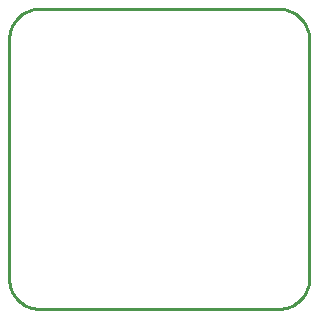
<source format=gbr>
G04 EAGLE Gerber RS-274X export*
G75*
%MOMM*%
%FSLAX34Y34*%
%LPD*%
%IN*%
%IPPOS*%
%AMOC8*
5,1,8,0,0,1.08239X$1,22.5*%
G01*
%ADD10C,0.254000*%


D10*
X0Y25400D02*
X97Y23186D01*
X386Y20989D01*
X865Y18826D01*
X1532Y16713D01*
X2380Y14666D01*
X3403Y12700D01*
X4594Y10831D01*
X5942Y9073D01*
X7440Y7440D01*
X9073Y5942D01*
X10831Y4594D01*
X12700Y3403D01*
X14666Y2380D01*
X16713Y1532D01*
X18826Y865D01*
X20989Y386D01*
X23186Y97D01*
X25400Y0D01*
X228600Y0D01*
X230814Y97D01*
X233011Y386D01*
X235174Y865D01*
X237287Y1532D01*
X239335Y2380D01*
X241300Y3403D01*
X243169Y4594D01*
X244927Y5942D01*
X246561Y7440D01*
X248058Y9073D01*
X249406Y10831D01*
X250597Y12700D01*
X251620Y14666D01*
X252468Y16713D01*
X253135Y18826D01*
X253614Y20989D01*
X253903Y23186D01*
X254000Y25400D01*
X254000Y228600D01*
X253903Y230814D01*
X253614Y233011D01*
X253135Y235174D01*
X252468Y237287D01*
X251620Y239335D01*
X250597Y241300D01*
X249406Y243169D01*
X248058Y244927D01*
X246561Y246561D01*
X244927Y248058D01*
X243169Y249406D01*
X241300Y250597D01*
X239335Y251620D01*
X237287Y252468D01*
X235174Y253135D01*
X233011Y253614D01*
X230814Y253903D01*
X228600Y254000D01*
X25400Y254000D01*
X23186Y253903D01*
X20989Y253614D01*
X18826Y253135D01*
X16713Y252468D01*
X14666Y251620D01*
X12700Y250597D01*
X10831Y249406D01*
X9073Y248058D01*
X7440Y246561D01*
X5942Y244927D01*
X4594Y243169D01*
X3403Y241300D01*
X2380Y239335D01*
X1532Y237287D01*
X865Y235174D01*
X386Y233011D01*
X97Y230814D01*
X0Y228600D01*
X0Y25400D01*
M02*

</source>
